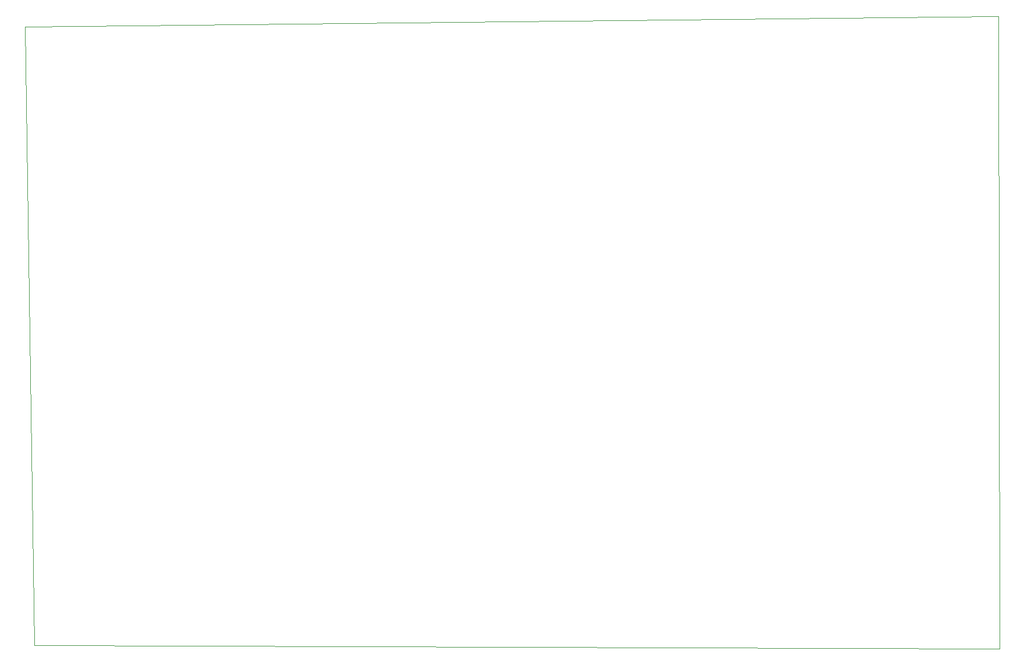
<source format=gbr>
G04 #@! TF.GenerationSoftware,KiCad,Pcbnew,5.1.5+dfsg1-2*
G04 #@! TF.CreationDate,2020-03-08T17:17:26+02:00*
G04 #@! TF.ProjectId,HX1KADCboard,4858314b-4144-4436-926f-6172642e6b69,rev?*
G04 #@! TF.SameCoordinates,Original*
G04 #@! TF.FileFunction,Profile,NP*
%FSLAX46Y46*%
G04 Gerber Fmt 4.6, Leading zero omitted, Abs format (unit mm)*
G04 Created by KiCad (PCBNEW 5.1.5+dfsg1-2) date 2020-03-08 17:17:26*
%MOMM*%
%LPD*%
G04 APERTURE LIST*
%ADD10C,0.100000*%
%ADD11C,0.050000*%
G04 APERTURE END LIST*
D10*
X200570000Y-40230000D02*
X200690000Y-132480000D01*
D11*
X60200000Y-131930000D02*
X200690000Y-132480000D01*
D10*
X58780000Y-41820000D02*
X200570000Y-40230000D01*
X60200000Y-131930000D02*
X58780000Y-41820000D01*
M02*

</source>
